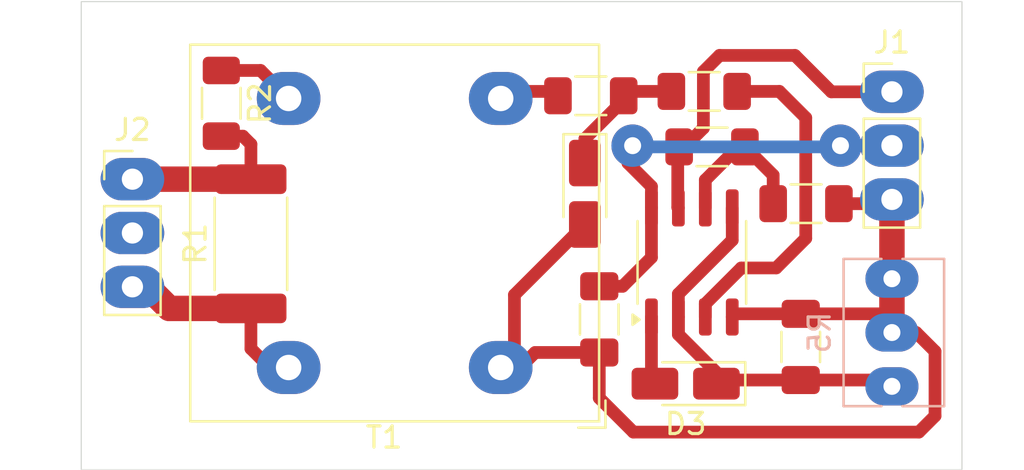
<source format=kicad_pcb>
(kicad_pcb (version 20240108) (generator "pcbnew") (generator_version "8.0")
  (layers (0 "F.Cu" signal) (31 "B.Cu" signal) (34 "B.Paste" user) (35 "F.Paste" user) (36 "B.SilkS" user "B.Silkscreen") (37 "F.SilkS" user "F.Silkscreen") (38 "B.Mask" user) (39 "F.Mask" user) (44 "Edge.Cuts" user))
  (net 0 "")
  (net 1 "GND")
  (net 2 "Net-(D3-K)")
  (net 3 "Net-(D2-K)")
  (net 4 "Net-(D3-A)")
  (net 5 "IN2")
  (net 6 "IN1")
  (net 7 "Net-(U1A-+)")
  (net 8 "Net-(U1B--)")
  (net 9 "VOUT")
  (net 10 "Net-(T1-SA)")
  (net 11 "Net-(T1-AB)")
  (net 12 "VCC")
  (footprint "Package_SO:SO-8_3.9x4.9mm_P1.27mm" (layer "F.Cu") (at 142.965 89.275 90)
    (property "Reference" "U1" (hide yes))
    (property "Value" "LM358" (hide yes))
    (fp_line (start 0 -2.56) (end 1.95 -2.56) (stroke (width 0.12)) (layer "F.SilkS"))
    (fp_line (start 0 -2.56) (end -1.95 -2.56) (stroke (width 0.12)) (layer "F.SilkS"))
    (fp_line (start 0 2.56) (end 1.95 2.56) (stroke (width 0.12)) (layer "F.SilkS"))
    (fp_line (start 0 2.56) (end -1.95 2.56) (stroke (width 0.12)) (layer "F.SilkS"))
    (fp_poly (pts (xy -2.7 -2.465) (xy -2.94 -2.795) (xy -2.46 -2.795) (xy -2.7 -2.465)) (stroke (width 0.12)) (fill solid) (layer "F.SilkS"))
    (pad "1" smd roundrect (at -2.575 -1.905 90) (size 1.75 0.6) (layers "F.Cu" "F.Paste" "F.Mask") (net 4 "Net-(D3-A)"))
    (pad "2" smd roundrect (at -2.575 -0.635 90) (size 1.75 0.6) (layers "F.Cu" "F.Paste" "F.Mask") (net 2 "Net-(D3-K)"))
    (pad "3" smd roundrect (at -2.575 0.635 90) (size 1.75 0.6) (layers "F.Cu" "F.Paste" "F.Mask") (net 7 "Net-(U1A-+)"))
    (pad "4" smd roundrect (at -2.575 1.905 90) (size 1.75 0.6) (layers "F.Cu" "F.Paste" "F.Mask") (net 1 "GND"))
    (pad "5" smd roundrect (at 2.575 1.905 90) (size 1.75 0.6) (layers "F.Cu" "F.Paste" "F.Mask") (net 2 "Net-(D3-K)"))
    (pad "6" smd roundrect (at 2.575 0.635 90) (size 1.75 0.6) (layers "F.Cu" "F.Paste" "F.Mask") (net 8 "Net-(U1B--)"))
    (pad "7" smd roundrect (at 2.575 -0.635 90) (size 1.75 0.6) (layers "F.Cu" "F.Paste" "F.Mask") (net 9 "VOUT"))
    (pad "8" smd roundrect (at 2.575 -1.905 90) (size 1.75 0.6) (layers "F.Cu" "F.Paste" "F.Mask") (net 12 "VCC"))
  )
  (footprint "Diode_SMD:D_MicroMELF_Handsoldering" (layer "F.Cu") (at 137.922 86.032 -90)
    (property "Reference" "D2" (hide yes))
    (property "Value" "D_Small" (hide yes))
    (fp_line (start -2.81 1.01) (end 1.1 1.01) (stroke (width 0.12)) (layer "F.SilkS"))
    (fp_line (start -2.81 -1.01) (end -2.81 1.01) (stroke (width 0.12)) (layer "F.SilkS"))
    (fp_line (start 1.1 -1.01) (end -2.81 -1.01) (stroke (width 0.12)) (layer "F.SilkS"))
    (pad "1" smd roundrect (at -1.45 0 270) (size 2.2 1.5) (layers "F.Cu" "F.Paste" "F.Mask") (roundrect_rratio 0.1666666667) (net 3 "Net-(D2-K)"))
    (pad "2" smd roundrect (at 1.45 0 270) (size 2.2 1.5) (layers "F.Cu" "F.Paste" "F.Mask") (roundrect_rratio 0.1666666667) (net 1 "GND"))
  )
  (footprint "Resistor_SMD:R_1206_3216Metric_Pad1.30x1.75mm_HandSolder" (layer "F.Cu") (at 148.35 86.5 180)
    (property "Reference" "R6" (hide yes))
    (property "Value" "R_Small" (hide yes))
    (fp_line (start -0.727064 0.91) (end 0.727064 0.91) (stroke (width 0.12)) (layer "F.SilkS"))
    (fp_line (start -0.727064 -0.91) (end 0.727064 -0.91) (stroke (width 0.12)) (layer "F.SilkS"))
    (pad "1" smd roundrect (at -1.55 0 180) (size 1.3 1.75) (layers "F.Cu" "F.Paste" "F.Mask") (roundrect_rratio 0.192308) (net 1 "GND"))
    (pad "2" smd roundrect (at 1.55 0 180) (size 1.3 1.75) (layers "F.Cu" "F.Paste" "F.Mask") (roundrect_rratio 0.192308) (net 8 "Net-(U1B--)"))
  )
  (footprint "Diode_SMD:D_MicroMELF_Handsoldering" (layer "F.Cu") (at 142.674 94.996 180)
    (property "Reference" "D3" (at 0 -1.9 0) (layer "F.SilkS"))
    (property "Value" "D_Small" (hide yes))
    (fp_line (start 1.1 -1.01) (end -2.81 -1.01) (stroke (width 0.12)) (layer "F.SilkS"))
    (fp_line (start -2.81 1.01) (end 1.1 1.01) (stroke (width 0.12)) (layer "F.SilkS"))
    (fp_line (start -2.81 -1.01) (end -2.81 1.01) (stroke (width 0.12)) (layer "F.SilkS"))
    (pad "1" smd roundrect (at -1.45 0 180) (size 2.2 1.5) (layers "F.Cu" "F.Paste" "F.Mask") (roundrect_rratio 0.1666666667) (net 2 "Net-(D3-K)"))
    (pad "2" smd roundrect (at 1.45 0 180) (size 2.2 1.5) (layers "F.Cu" "F.Paste" "F.Mask") (roundrect_rratio 0.1666666667) (net 4 "Net-(D3-A)"))
  )
  (footprint "Transformer_THT:Transformer_Zeming_ZMPT101K" (layer "F.Cu") (at 133.952 94.234 180)
    (property "Reference" "T1" (at 5.5 -3.3 0) (layer "F.SilkS"))
    (property "Value" "Transformer_1P_1S")
    (fp_line (start -4.94 -1.56) (end -4.94 -2.84) (stroke (width 0.12)) (layer "F.SilkS"))
    (fp_line (start -4.94 -2.84) (end -3.66 -2.84) (stroke (width 0.12)) (layer "F.SilkS"))
    (fp_rect (start -4.64 -2.54) (end 14.64 15.24) (stroke (width 0.12)) (fill none) (layer "F.SilkS"))
    (pad "1" thru_hole oval (at 0 0 180) (size 3 2.5) (drill 1.2) (layers "*.Cu" "*.Mask") (net 1 "GND"))
    (pad "2" thru_hole oval (at 0 12.7 180) (size 3 2.5) (drill 1.2) (layers "*.Cu" "*.Mask") (net 11 "Net-(T1-AB)"))
    (pad "3" thru_hole oval (at 10 12.7 180) (size 3 2.5) (drill 1.2) (layers "*.Cu" "*.Mask") (net 10 "Net-(T1-SA)"))
    (pad "4" thru_hole oval (at 10 0 180) (size 3 2.5) (drill 1.2) (layers "*.Cu" "*.Mask") (net 6 "IN1"))
  )
  (footprint "Connector_PinHeader_2.54mm:PinHeader_1x03_P2.54mm_Vertical" (layer "F.Cu") (at 116.586 85.344)
    (property "Reference" "J2" (at 0 -2.33 0) (layer "F.SilkS"))
    (property "Value" "Conn_01x03_Pin")
    (fp_line (start -1.33 -1.33) (end 0 -1.33) (stroke (width 0.12)) (layer "F.SilkS"))
    (fp_line (start -1.33 0) (end -1.33 -1.33) (stroke (width 0.12)) (layer "F.SilkS"))
    (fp_line (start -1.33 1.27) (end -1.33 6.41) (stroke (width 0.12)) (layer "F.SilkS"))
    (fp_line (start -1.33 1.27) (end 1.33 1.27) (stroke (width 0.12)) (layer "F.SilkS"))
    (fp_line (start -1.33 6.41) (end 1.33 6.41) (stroke (width 0.12)) (layer "F.SilkS"))
    (fp_line (start 1.33 1.27) (end 1.33 6.41) (stroke (width 0.12)) (layer "F.SilkS"))
    (pad "1" thru_hole oval (at 0 0) (size 3 2) (drill 1) (layers "*.Cu" "*.Mask") (net 5 "IN2"))
    (pad "2" thru_hole oval (at 0 2.54) (size 3 2) (drill 1) (layers "*.Cu" "*.Mask"))
    (pad "3" thru_hole oval (at 0 5.08) (size 3 2) (drill 1) (layers "*.Cu" "*.Mask") (net 6 "IN1"))
  )
  (footprint "Resistor_SMD:R_1206_3216Metric_Pad1.30x1.75mm_HandSolder" (layer "F.Cu") (at 143.55 81.2 180)
    (property "Reference" "R4" (hide yes))
    (property "Value" "R_Small" (hide yes))
    (fp_line (start -0.727064 0.91) (end 0.727064 0.91) (stroke (width 0.12)) (layer "F.SilkS"))
    (fp_line (start -0.727064 -0.91) (end 0.727064 -0.91) (stroke (width 0.12)) (layer "F.SilkS"))
    (pad "1" smd roundrect (at -1.55 0 180) (size 1.3 1.75) (layers "F.Cu" "F.Paste" "F.Mask") (roundrect_rratio 0.192308) (net 7 "Net-(U1A-+)"))
    (pad "2" smd roundrect (at 1.55 0 180) (size 1.3 1.75) (layers "F.Cu" "F.Paste" "F.Mask") (roundrect_rratio 0.192308) (net 3 "Net-(D2-K)"))
  )
  (footprint "Resistor_SMD:R_1206_3216Metric_Pad1.30x1.75mm_HandSolder" (layer "F.Cu") (at 138.202 81.407 180)
    (property "Reference" "R3" (hide yes))
    (property "Value" "R_Small" (hide yes))
    (fp_line (start -0.727064 0.91) (end 0.727064 0.91) (stroke (width 0.12)) (layer "F.SilkS"))
    (fp_line (start -0.727064 -0.91) (end 0.727064 -0.91) (stroke (width 0.12)) (layer "F.SilkS"))
    (pad "1" smd roundrect (at -1.55 0 180) (size 1.3 1.75) (layers "F.Cu" "F.Paste" "F.Mask") (roundrect_rratio 0.192308) (net 3 "Net-(D2-K)"))
    (pad "2" smd roundrect (at 1.55 0 180) (size 1.3 1.75) (layers "F.Cu" "F.Paste" "F.Mask") (roundrect_rratio 0.192308) (net 11 "Net-(T1-AB)"))
  )
  (footprint "Capacitor_SMD:C_1206_3216Metric_Pad1.33x1.80mm_HandSolder" (layer "F.Cu") (at 138.6 91.9625 -90)
    (property "Reference" "C2" (hide yes))
    (property "Value" "C_Small" (hide yes))
    (fp_line (start -0.711252 0.91) (end 0.711252 0.91) (stroke (width 0.12)) (layer "F.SilkS"))
    (fp_line (start -0.711252 -0.91) (end 0.711252 -0.91) (stroke (width 0.12)) (layer "F.SilkS"))
    (pad "1" smd roundrect (at -1.5625 0 270) (size 1.325 1.8) (layers "F.Cu" "F.Paste" "F.Mask") (roundrect_rratio 0.188679) (net 12 "VCC"))
    (pad "2" smd roundrect (at 1.5625 0 270) (size 1.325 1.8) (layers "F.Cu" "F.Paste" "F.Mask") (roundrect_rratio 0.188679) (net 1 "GND"))
  )
  (footprint "Capacitor_SMD:C_1206_3216Metric_Pad1.33x1.80mm_HandSolder" (layer "F.Cu") (at 148.1 93.2625 90)
    (property "Reference" "C1" (hide yes))
    (property "Value" "C_Small")
    (fp_line (start -0.711252 -0.91) (end 0.711252 -0.91) (stroke (width 0.12)) (layer "F.SilkS"))
    (fp_line (start -0.711252 0.91) (end 0.711252 0.91) (stroke (width 0.12)) (layer "F.SilkS"))
    (pad "1" smd roundrect (at -1.5625 0 90) (size 1.325 1.8) (layers "F.Cu" "F.Paste" "F.Mask") (roundrect_rratio 0.188679) (net 2 "Net-(D3-K)"))
    (pad "2" smd roundrect (at 1.5625 0 90) (size 1.325 1.8) (layers "F.Cu" "F.Paste" "F.Mask") (roundrect_rratio 0.188679) (net 1 "GND"))
  )
  (footprint "Resistor_SMD:R_1206_3216Metric_Pad1.30x1.75mm_HandSolder" (layer "F.Cu") (at 143.917 83.82 180)
    (property "Reference" "R7" (hide yes))
    (property "Value" "R_Small" (hide yes))
    (fp_line (start -0.727064 0.91) (end 0.727064 0.91) (stroke (width 0.12)) (layer "F.SilkS"))
    (fp_line (start -0.727064 -0.91) (end 0.727064 -0.91) (stroke (width 0.12)) (layer "F.SilkS"))
    (pad "1" smd roundrect (at -1.55 0 180) (size 1.3 1.75) (layers "F.Cu" "F.Paste" "F.Mask") (roundrect_rratio 0.192308) (net 8 "Net-(U1B--)"))
    (pad "2" smd roundrect (at 1.55 0 180) (size 1.3 1.75) (layers "F.Cu" "F.Paste" "F.Mask") (roundrect_rratio 0.192308) (net 9 "VOUT"))
  )
  (footprint "Resistor_SMD:R_2512_6332Metric_Pad1.40x3.35mm_HandSolder" (layer "F.Cu") (at 122.174 88.394 90)
    (property "Reference" "R1" (at 0 -2.62 90) (layer "F.SilkS"))
    (property "Value" "R_Small")
    (fp_line (start -2.177064 -1.71) (end 2.177064 -1.71) (stroke (width 0.12)) (layer "F.SilkS"))
    (fp_line (start -2.177064 1.71) (end 2.177064 1.71) (stroke (width 0.12)) (layer "F.SilkS"))
    (pad "1" smd roundrect (at -3.05 0 90) (size 1.4 3.35) (layers "F.Cu" "F.Paste" "F.Mask") (roundrect_rratio 0.178571) (net 6 "IN1"))
    (pad "2" smd roundrect (at 3.05 0 90) (size 1.4 3.35) (layers "F.Cu" "F.Paste" "F.Mask") (roundrect_rratio 0.178571) (net 5 "IN2"))
  )
  (footprint "Connector_PinHeader_2.54mm:PinHeader_1x03_P2.54mm_Vertical" (layer "F.Cu") (at 152.4 81.22)
    (property "Reference" "J1" (at 0 -2.33 0) (layer "F.SilkS"))
    (property "Value" "Conn_01x03_Pin")
    (fp_line (start -1.33 -1.33) (end 0 -1.33) (stroke (width 0.12)) (layer "F.SilkS"))
    (fp_line (start -1.33 0) (end -1.33 -1.33) (stroke (width 0.12)) (layer "F.SilkS"))
    (fp_line (start -1.33 1.27) (end -1.33 6.41) (stroke (width 0.12)) (layer "F.SilkS"))
    (fp_line (start -1.33 1.27) (end 1.33 1.27) (stroke (width 0.12)) (layer "F.SilkS"))
    (fp_line (start -1.33 6.41) (end 1.33 6.41) (stroke (width 0.12)) (layer "F.SilkS"))
    (fp_line (start 1.33 1.27) (end 1.33 6.41) (stroke (width 0.12)) (layer "F.SilkS"))
    (pad "1" thru_hole oval (at 0 0) (size 3 2) (drill 1) (layers "*.Cu" "*.Mask") (net 9 "VOUT"))
    (pad "2" thru_hole oval (at 0 2.54) (size 3 2) (drill 1) (layers "*.Cu" "*.Mask") (net 12 "VCC"))
    (pad "3" thru_hole oval (at 0 5.08) (size 3 2) (drill 1) (layers "*.Cu" "*.Mask") (net 1 "GND"))
  )
  (footprint "Resistor_SMD:R_1206_3216Metric_Pad1.30x1.75mm_HandSolder" (layer "F.Cu") (at 120.777 81.762 -90)
    (property "Reference" "R2" (at 0 -1.82 90) (layer "F.SilkS"))
    (property "Value" "R_Small")
    (fp_line (start -0.727064 0.91) (end 0.727064 0.91) (stroke (width 0.12)) (layer "F.SilkS"))
    (fp_line (start -0.727064 -0.91) (end 0.727064 -0.91) (stroke (width 0.12)) (layer "F.SilkS"))
    (pad "1" smd roundrect (at -1.55 0 270) (size 1.3 1.75) (layers "F.Cu" "F.Paste" "F.Mask") (roundrect_rratio 0.192308) (net 10 "Net-(T1-SA)"))
    (pad "2" smd roundrect (at 1.55 0 270) (size 1.3 1.75) (layers "F.Cu" "F.Paste" "F.Mask") (roundrect_rratio 0.192308) (net 5 "IN2"))
  )
  (footprint "Potentiometer_THT:Potentiometer_Bourns_3266Y_Vertical" (layer "B.Cu") (at 152.4 95.123 -90)
    (property "Reference" "R5" (at -2.54 3.41 90) (layer "B.SilkS") (effects (justify mirror)))
    (property "Value" "R_Small")
    (fp_line (start 0.935 2.28) (end -6.015 2.28) (stroke (width 0.12)) (layer "B.SilkS"))
    (fp_line (start -6.015 0.494) (end -6.015 2.28) (stroke (width 0.12)) (layer "B.SilkS"))
    (fp_line (start 0.935 0.494) (end 0.935 2.28) (stroke (width 0.12)) (layer "B.SilkS"))
    (fp_line (start -6.015 -2.46) (end -6.015 -0.496) (stroke (width 0.12)) (layer "B.SilkS"))
    (fp_line (start 0.935 -2.46) (end 0.935 -0.496) (stroke (width 0.12)) (layer "B.SilkS"))
    (fp_line (start 0.935 -2.46) (end -6.015 -2.46) (stroke (width 0.12)) (layer "B.SilkS"))
    (pad "1" thru_hole oval (at 0 0 270) (size 1.8 2.5) (drill 0.8) (layers "*.Cu" "*.Mask") (net 2 "Net-(D3-K)"))
    (pad "2" thru_hole oval (at -2.54 0 270) (size 1.8 2.5) (drill 0.8) (layers "*.Cu" "*.Mask") (net 1 "GND"))
    (pad "3" thru_hole oval (at -5.08 0 270) (size 1.8 2.5) (drill 0.8) (layers "*.Cu" "*.Mask") (net 1 "GND"))
  )
  (gr_rect (start 114.173 76.962) (end 155.702 99.06) (stroke (width 0.05)) (fill none) (layer "Edge.Cuts"))
  (segment (start 152.2 86.5) (end 152.4 86.3) (width 0.6) (layer "F.Cu") (net 1))
  (segment (start 145.02 91.7) (end 144.87 91.85) (width 0.6) (layer "F.Cu") (net 1))
  (segment (start 137.922 87.482) (end 134.6 90.804) (width 0.6) (layer "F.Cu") (net 1))
  (segment (start 152.394 91.7) (end 152.4 91.694) (width 0.6) (layer "F.Cu") (net 1))
  (segment (start 149.9 86.5) (end 152.2 86.5) (width 0.6) (layer "F.Cu") (net 1))
  (segment (start 152.4 90.043) (end 152.4 86.3) (width 1.2) (layer "F.Cu") (net 1))
  (segment (start 138.6 95.674) (end 140.208 97.282) (width 0.6) (layer "F.Cu") (net 1))
  (segment (start 134.6 90.804) (end 134.6 94.5) (width 0.6) (layer "F.Cu") (net 1))
  (segment (start 138.6 93.525) (end 138.6 95.674) (width 0.6) (layer "F.Cu") (net 1))
  (segment (start 134.6 94.5) (end 135.575 93.525) (width 0.6) (layer "F.Cu") (net 1))
  (segment (start 140.208 97.282) (end 153.67 97.282) (width 0.6) (layer "F.Cu") (net 1))
  (segment (start 154.432 93.472) (end 153.543 92.583) (width 0.6) (layer "F.Cu") (net 1))
  (segment (start 153.543 92.583) (end 152.4 92.583) (width 0.6) (layer "F.Cu") (net 1))
  (segment (start 148.1 91.7) (end 152.394 91.7) (width 0.6) (layer "F.Cu") (net 1))
  (segment (start 135.575 93.525) (end 138.6 93.525) (width 0.6) (layer "F.Cu") (net 1))
  (segment (start 154.432 96.52) (end 154.432 93.472) (width 0.6) (layer "F.Cu") (net 1))
  (segment (start 152.4 90.043) (end 152.4 92.583) (width 1.2) (layer "F.Cu") (net 1))
  (segment (start 148.1 91.7) (end 145.02 91.7) (width 0.6) (layer "F.Cu") (net 1))
  (segment (start 153.67 97.282) (end 154.432 96.52) (width 0.6) (layer "F.Cu") (net 1))
  (segment (start 152.4 91.694) (end 152.4 92.583) (width 0.6) (layer "F.Cu") (net 1))
  (segment (start 148.1 94.825) (end 152.102 94.825) (width 0.6) (layer "F.Cu") (net 2))
  (segment (start 144.87 88.222588) (end 142.33 90.762588) (width 0.6) (layer "F.Cu") (net 2))
  (segment (start 152.102 94.825) (end 152.4 95.123) (width 0.6) (layer "F.Cu") (net 2))
  (segment (start 142.33 91.85) (end 142.33 92.673) (width 0.6) (layer "F.Cu") (net 2))
  (segment (start 144.482 94.825) (end 148.1 94.825) (width 0.6) (layer "F.Cu") (net 2))
  (segment (start 142.33 92.673) (end 144.482 94.825) (width 0.6) (layer "F.Cu") (net 2))
  (segment (start 144.87 86.7) (end 144.87 88.222588) (width 0.6) (layer "F.Cu") (net 2))
  (segment (start 142.33 90.762588) (end 142.33 91.85) (width 0.6) (layer "F.Cu") (net 2))
  (segment (start 139.752 81.407) (end 139.752 81.609) (width 0.6) (layer "F.Cu") (net 3))
  (segment (start 137.922 83.439) (end 137.922 84.582) (width 0.6) (layer "F.Cu") (net 3))
  (segment (start 140 81.2) (end 142 81.2) (width 0.6) (layer "F.Cu") (net 3))
  (segment (start 139.752 81.609) (end 137.922 83.439) (width 0.6) (layer "F.Cu") (net 3))
  (segment (start 141.06 91.85) (end 141.06 94.96) (width 0.6) (layer "F.Cu") (net 4))
  (segment (start 141.06 94.96) (end 141.3 95.2) (width 0.6) (layer "F.Cu") (net 4))
  (segment (start 117.3 85.344) (end 122.047 85.344) (width 1.2) (layer "F.Cu") (net 5))
  (segment (start 121.793 83.312) (end 122.174 83.693) (width 0.6) (layer "F.Cu") (net 5))
  (segment (start 120.777 83.312) (end 121.793 83.312) (width 0.6) (layer "F.Cu") (net 5))
  (segment (start 122.174 83.693) (end 122.174 85.344) (width 0.6) (layer "F.Cu") (net 5))
  (segment (start 122.174 93.345) (end 122.174 91.444) (width 0.6) (layer "F.Cu") (net 6))
  (segment (start 123.952 94.234) (end 123.063 94.234) (width 0.6) (layer "F.Cu") (net 6))
  (segment (start 122.174 91.444) (end 118.32 91.444) (width 1.2) (layer "F.Cu") (net 6))
  (segment (start 123.952 94.234) (end 123.952 93.476) (width 0.6) (layer "F.Cu") (net 6))
  (segment (start 123.063 94.234) (end 122.174 93.345) (width 0.6) (layer "F.Cu") (net 6))
  (segment (start 118.32 91.444) (end 117.3 90.424) (width 1.2) (layer "F.Cu") (net 6))
  (segment (start 145.1 81.2) (end 147.092588 81.2) (width 0.6) (layer "F.Cu") (net 7))
  (segment (start 146.939 89.535) (end 145.295 89.535) (width 0.6) (layer "F.Cu") (net 7))
  (segment (start 148.336 88.138) (end 146.939 89.535) (width 0.6) (layer "F.Cu") (net 7))
  (segment (start 147.092588 81.2) (end 148.336 82.443412) (width 0.6) (layer "F.Cu") (net 7))
  (segment (start 145.295 89.535) (end 143.6 91.23) (width 0.6) (layer "F.Cu") (net 7))
  (segment (start 148.336 82.443412) (end 148.336 88.138) (width 0.6) (layer "F.Cu") (net 7))
  (segment (start 143.6 91.23) (end 143.6 91.85) (width 0.6) (layer "F.Cu") (net 7))
  (segment (start 145.161 83.82) (end 145.467 83.82) (width 0.6) (layer "F.Cu") (net 8))
  (segment (start 143.6 86.7) (end 143.6 85.381) (width 0.6) (layer "F.Cu") (net 8))
  (segment (start 146.8 85.153) (end 146.8 86.5) (width 0.6) (layer "F.Cu") (net 8))
  (segment (start 145.467 83.82) (end 146.8 85.153) (width 0.6) (layer "F.Cu") (net 8))
  (segment (start 143.6 85.381) (end 145.161 83.82) (width 0.6) (layer "F.Cu") (net 8))
  (segment (start 143.51 80.264) (end 144.272 79.502) (width 0.6) (layer "F.Cu") (net 9))
  (segment (start 147.828 79.502) (end 149.546 81.22) (width 0.6) (layer "F.Cu") (net 9))
  (segment (start 143.51 82.931) (end 143.51 80.264) (width 0.6) (layer "F.Cu") (net 9))
  (segment (start 144.272 79.502) (end 147.828 79.502) (width 0.6) (layer "F.Cu") (net 9))
  (segment (start 149.546 81.22) (end 152.4 81.22) (width 0.6) (layer "F.Cu") (net 9))
  (segment (start 142.3 84) (end 142.6 84) (width 0.6) (layer "F.Cu") (net 9))
  (segment (start 142.621 83.82) (end 143.51 82.931) (width 0.6) (layer "F.Cu") (net 9))
  (segment (start 142.367 83.82) (end 142.621 83.82) (width 0.6) (layer "F.Cu") (net 9))
  (segment (start 142.3 84) (end 142.3 86.67) (width 0.6) (layer "F.Cu") (net 9))
  (segment (start 142.3 86.67) (end 142.33 86.7) (width 0.6) (layer "F.Cu") (net 9))
  (segment (start 122.63 80.212) (end 123.952 81.534) (width 0.6) (layer "F.Cu") (net 10))
  (segment (start 120.777 80.212) (end 122.63 80.212) (width 0.6) (layer "F.Cu") (net 10))
  (segment (start 136.9 81.2) (end 135.2 81.2) (width 0.6) (layer "F.Cu") (net 11))
  (segment (start 135.2 81.2) (end 134.6 81.8) (width 0.6) (layer "F.Cu") (net 11))
  (segment (start 139.954 83.82) (end 139.954 84.582) (width 0.6) (layer "F.Cu") (net 12))
  (segment (start 141.06 89.04) (end 141.06 86.7) (width 0.6) (layer "F.Cu") (net 12))
  (segment (start 139.954 84.582) (end 141.06 85.688) (width 0.6) (layer "F.Cu") (net 12))
  (segment (start 149.987 83.76) (end 152.4 83.76) (width 0.6) (layer "F.Cu") (net 12))
  (segment (start 139.7 90.4) (end 141.06 89.04) (width 0.6) (layer "F.Cu") (net 12))
  (segment (start 138.6 90.4) (end 139.7 90.4) (width 0.6) (layer "F.Cu") (net 12))
  (segment (start 141.06 85.688) (end 141.06 86.7) (width 0.6) (layer "F.Cu") (net 12))
  (via (at 140.173 83.762) (size 2) (drill 0.8) (layers "F.Cu" "B.Cu") (net 12))
  (via (at 149.973 83.762) (size 2) (drill 0.8) (layers "F.Cu" "B.Cu") (net 12))
  (segment (start 149.985 83.762) (end 149.973 83.762) (width 0.6) (layer "B.Cu") (net 12))
  (segment (start 140.115 83.82) (end 139.954 83.82) (width 0.6) (layer "B.Cu") (net 12))
  (segment (start 140.173 83.762) (end 140.115 83.82) (width 0.6) (layer "B.Cu") (net 12))
  (segment (start 140.231 83.82) (end 140.173 83.762) (width 0.6) (layer "B.Cu") (net 12))
  (segment (start 149.973 83.762) (end 149.973 83.774) (width 0.6) (layer "B.Cu") (net 12))
  (segment (start 149.973 83.774) (end 149.927 83.82) (width 0.6) (layer "B.Cu") (net 12))
  (segment (start 149.927 83.82) (end 140.231 83.82) (width 0.6) (layer "B.Cu") (net 12))
  (segment (start 149.987 83.76) (end 149.985 83.762) (width 0.6) (layer "B.Cu") (net 12))
)
</source>
